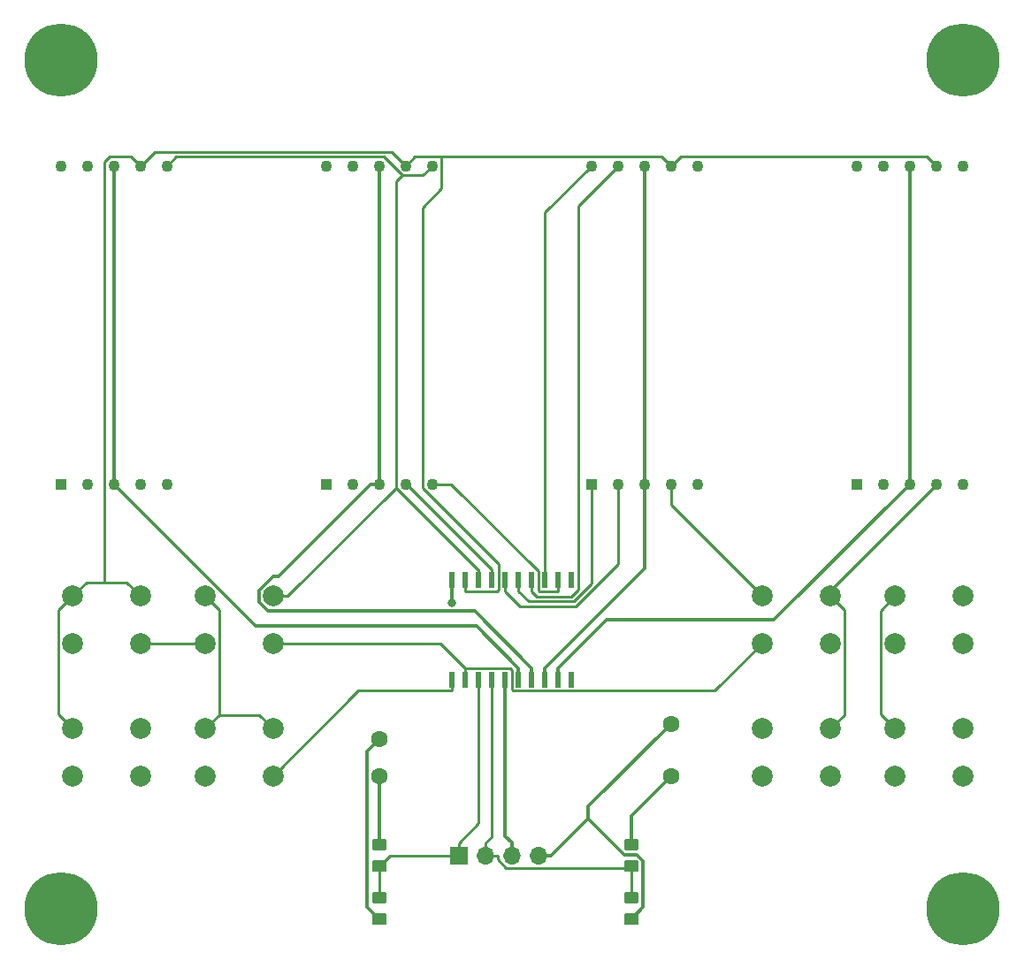
<source format=gbl>
G04 #@! TF.GenerationSoftware,KiCad,Pcbnew,5.1.5-5.1.5*
G04 #@! TF.CreationDate,2019-12-29T19:55:11+11:00*
G04 #@! TF.ProjectId,inchdigits,696e6368-6469-4676-9974-732e6b696361,rev?*
G04 #@! TF.SameCoordinates,Original*
G04 #@! TF.FileFunction,Copper,L2,Bot*
G04 #@! TF.FilePolarity,Positive*
%FSLAX46Y46*%
G04 Gerber Fmt 4.6, Leading zero omitted, Abs format (unit mm)*
G04 Created by KiCad (PCBNEW 5.1.5-5.1.5) date 2019-12-29 19:55:11*
%MOMM*%
%LPD*%
G04 APERTURE LIST*
%ADD10C,1.600000*%
%ADD11C,0.100000*%
%ADD12C,7.000000*%
%ADD13R,0.600000X1.500000*%
%ADD14C,2.000000*%
%ADD15O,1.700000X1.700000*%
%ADD16R,1.700000X1.700000*%
%ADD17R,1.100000X1.100000*%
%ADD18C,1.100000*%
%ADD19C,0.800000*%
%ADD20C,0.300000*%
%ADD21C,0.250000*%
G04 APERTURE END LIST*
D10*
X101600000Y-62540000D03*
X101600000Y-66040000D03*
G04 #@! TA.AperFunction,SMDPad,CuDef*
D11*
G36*
X102074505Y-74111204D02*
G01*
X102098773Y-74114804D01*
X102122572Y-74120765D01*
X102145671Y-74129030D01*
X102167850Y-74139520D01*
X102188893Y-74152132D01*
X102208599Y-74166747D01*
X102226777Y-74183223D01*
X102243253Y-74201401D01*
X102257868Y-74221107D01*
X102270480Y-74242150D01*
X102280970Y-74264329D01*
X102289235Y-74287428D01*
X102295196Y-74311227D01*
X102298796Y-74335495D01*
X102300000Y-74359999D01*
X102300000Y-75010001D01*
X102298796Y-75034505D01*
X102295196Y-75058773D01*
X102289235Y-75082572D01*
X102280970Y-75105671D01*
X102270480Y-75127850D01*
X102257868Y-75148893D01*
X102243253Y-75168599D01*
X102226777Y-75186777D01*
X102208599Y-75203253D01*
X102188893Y-75217868D01*
X102167850Y-75230480D01*
X102145671Y-75240970D01*
X102122572Y-75249235D01*
X102098773Y-75255196D01*
X102074505Y-75258796D01*
X102050001Y-75260000D01*
X101149999Y-75260000D01*
X101125495Y-75258796D01*
X101101227Y-75255196D01*
X101077428Y-75249235D01*
X101054329Y-75240970D01*
X101032150Y-75230480D01*
X101011107Y-75217868D01*
X100991401Y-75203253D01*
X100973223Y-75186777D01*
X100956747Y-75168599D01*
X100942132Y-75148893D01*
X100929520Y-75127850D01*
X100919030Y-75105671D01*
X100910765Y-75082572D01*
X100904804Y-75058773D01*
X100901204Y-75034505D01*
X100900000Y-75010001D01*
X100900000Y-74359999D01*
X100901204Y-74335495D01*
X100904804Y-74311227D01*
X100910765Y-74287428D01*
X100919030Y-74264329D01*
X100929520Y-74242150D01*
X100942132Y-74221107D01*
X100956747Y-74201401D01*
X100973223Y-74183223D01*
X100991401Y-74166747D01*
X101011107Y-74152132D01*
X101032150Y-74139520D01*
X101054329Y-74129030D01*
X101077428Y-74120765D01*
X101101227Y-74114804D01*
X101125495Y-74111204D01*
X101149999Y-74110000D01*
X102050001Y-74110000D01*
X102074505Y-74111204D01*
G37*
G04 #@! TD.AperFunction*
G04 #@! TA.AperFunction,SMDPad,CuDef*
G36*
X102074505Y-72061204D02*
G01*
X102098773Y-72064804D01*
X102122572Y-72070765D01*
X102145671Y-72079030D01*
X102167850Y-72089520D01*
X102188893Y-72102132D01*
X102208599Y-72116747D01*
X102226777Y-72133223D01*
X102243253Y-72151401D01*
X102257868Y-72171107D01*
X102270480Y-72192150D01*
X102280970Y-72214329D01*
X102289235Y-72237428D01*
X102295196Y-72261227D01*
X102298796Y-72285495D01*
X102300000Y-72309999D01*
X102300000Y-72960001D01*
X102298796Y-72984505D01*
X102295196Y-73008773D01*
X102289235Y-73032572D01*
X102280970Y-73055671D01*
X102270480Y-73077850D01*
X102257868Y-73098893D01*
X102243253Y-73118599D01*
X102226777Y-73136777D01*
X102208599Y-73153253D01*
X102188893Y-73167868D01*
X102167850Y-73180480D01*
X102145671Y-73190970D01*
X102122572Y-73199235D01*
X102098773Y-73205196D01*
X102074505Y-73208796D01*
X102050001Y-73210000D01*
X101149999Y-73210000D01*
X101125495Y-73208796D01*
X101101227Y-73205196D01*
X101077428Y-73199235D01*
X101054329Y-73190970D01*
X101032150Y-73180480D01*
X101011107Y-73167868D01*
X100991401Y-73153253D01*
X100973223Y-73136777D01*
X100956747Y-73118599D01*
X100942132Y-73098893D01*
X100929520Y-73077850D01*
X100919030Y-73055671D01*
X100910765Y-73032572D01*
X100904804Y-73008773D01*
X100901204Y-72984505D01*
X100900000Y-72960001D01*
X100900000Y-72309999D01*
X100901204Y-72285495D01*
X100904804Y-72261227D01*
X100910765Y-72237428D01*
X100919030Y-72214329D01*
X100929520Y-72192150D01*
X100942132Y-72171107D01*
X100956747Y-72151401D01*
X100973223Y-72133223D01*
X100991401Y-72116747D01*
X101011107Y-72102132D01*
X101032150Y-72089520D01*
X101054329Y-72079030D01*
X101077428Y-72070765D01*
X101101227Y-72064804D01*
X101125495Y-72061204D01*
X101149999Y-72060000D01*
X102050001Y-72060000D01*
X102074505Y-72061204D01*
G37*
G04 #@! TD.AperFunction*
G04 #@! TA.AperFunction,SMDPad,CuDef*
G36*
X126204505Y-74111204D02*
G01*
X126228773Y-74114804D01*
X126252572Y-74120765D01*
X126275671Y-74129030D01*
X126297850Y-74139520D01*
X126318893Y-74152132D01*
X126338599Y-74166747D01*
X126356777Y-74183223D01*
X126373253Y-74201401D01*
X126387868Y-74221107D01*
X126400480Y-74242150D01*
X126410970Y-74264329D01*
X126419235Y-74287428D01*
X126425196Y-74311227D01*
X126428796Y-74335495D01*
X126430000Y-74359999D01*
X126430000Y-75010001D01*
X126428796Y-75034505D01*
X126425196Y-75058773D01*
X126419235Y-75082572D01*
X126410970Y-75105671D01*
X126400480Y-75127850D01*
X126387868Y-75148893D01*
X126373253Y-75168599D01*
X126356777Y-75186777D01*
X126338599Y-75203253D01*
X126318893Y-75217868D01*
X126297850Y-75230480D01*
X126275671Y-75240970D01*
X126252572Y-75249235D01*
X126228773Y-75255196D01*
X126204505Y-75258796D01*
X126180001Y-75260000D01*
X125279999Y-75260000D01*
X125255495Y-75258796D01*
X125231227Y-75255196D01*
X125207428Y-75249235D01*
X125184329Y-75240970D01*
X125162150Y-75230480D01*
X125141107Y-75217868D01*
X125121401Y-75203253D01*
X125103223Y-75186777D01*
X125086747Y-75168599D01*
X125072132Y-75148893D01*
X125059520Y-75127850D01*
X125049030Y-75105671D01*
X125040765Y-75082572D01*
X125034804Y-75058773D01*
X125031204Y-75034505D01*
X125030000Y-75010001D01*
X125030000Y-74359999D01*
X125031204Y-74335495D01*
X125034804Y-74311227D01*
X125040765Y-74287428D01*
X125049030Y-74264329D01*
X125059520Y-74242150D01*
X125072132Y-74221107D01*
X125086747Y-74201401D01*
X125103223Y-74183223D01*
X125121401Y-74166747D01*
X125141107Y-74152132D01*
X125162150Y-74139520D01*
X125184329Y-74129030D01*
X125207428Y-74120765D01*
X125231227Y-74114804D01*
X125255495Y-74111204D01*
X125279999Y-74110000D01*
X126180001Y-74110000D01*
X126204505Y-74111204D01*
G37*
G04 #@! TD.AperFunction*
G04 #@! TA.AperFunction,SMDPad,CuDef*
G36*
X126204505Y-72061204D02*
G01*
X126228773Y-72064804D01*
X126252572Y-72070765D01*
X126275671Y-72079030D01*
X126297850Y-72089520D01*
X126318893Y-72102132D01*
X126338599Y-72116747D01*
X126356777Y-72133223D01*
X126373253Y-72151401D01*
X126387868Y-72171107D01*
X126400480Y-72192150D01*
X126410970Y-72214329D01*
X126419235Y-72237428D01*
X126425196Y-72261227D01*
X126428796Y-72285495D01*
X126430000Y-72309999D01*
X126430000Y-72960001D01*
X126428796Y-72984505D01*
X126425196Y-73008773D01*
X126419235Y-73032572D01*
X126410970Y-73055671D01*
X126400480Y-73077850D01*
X126387868Y-73098893D01*
X126373253Y-73118599D01*
X126356777Y-73136777D01*
X126338599Y-73153253D01*
X126318893Y-73167868D01*
X126297850Y-73180480D01*
X126275671Y-73190970D01*
X126252572Y-73199235D01*
X126228773Y-73205196D01*
X126204505Y-73208796D01*
X126180001Y-73210000D01*
X125279999Y-73210000D01*
X125255495Y-73208796D01*
X125231227Y-73205196D01*
X125207428Y-73199235D01*
X125184329Y-73190970D01*
X125162150Y-73180480D01*
X125141107Y-73167868D01*
X125121401Y-73153253D01*
X125103223Y-73136777D01*
X125086747Y-73118599D01*
X125072132Y-73098893D01*
X125059520Y-73077850D01*
X125049030Y-73055671D01*
X125040765Y-73032572D01*
X125034804Y-73008773D01*
X125031204Y-72984505D01*
X125030000Y-72960001D01*
X125030000Y-72309999D01*
X125031204Y-72285495D01*
X125034804Y-72261227D01*
X125040765Y-72237428D01*
X125049030Y-72214329D01*
X125059520Y-72192150D01*
X125072132Y-72171107D01*
X125086747Y-72151401D01*
X125103223Y-72133223D01*
X125121401Y-72116747D01*
X125141107Y-72102132D01*
X125162150Y-72089520D01*
X125184329Y-72079030D01*
X125207428Y-72070765D01*
X125231227Y-72064804D01*
X125255495Y-72061204D01*
X125279999Y-72060000D01*
X126180001Y-72060000D01*
X126204505Y-72061204D01*
G37*
G04 #@! TD.AperFunction*
G04 #@! TA.AperFunction,SMDPad,CuDef*
G36*
X102074505Y-79191204D02*
G01*
X102098773Y-79194804D01*
X102122572Y-79200765D01*
X102145671Y-79209030D01*
X102167850Y-79219520D01*
X102188893Y-79232132D01*
X102208599Y-79246747D01*
X102226777Y-79263223D01*
X102243253Y-79281401D01*
X102257868Y-79301107D01*
X102270480Y-79322150D01*
X102280970Y-79344329D01*
X102289235Y-79367428D01*
X102295196Y-79391227D01*
X102298796Y-79415495D01*
X102300000Y-79439999D01*
X102300000Y-80090001D01*
X102298796Y-80114505D01*
X102295196Y-80138773D01*
X102289235Y-80162572D01*
X102280970Y-80185671D01*
X102270480Y-80207850D01*
X102257868Y-80228893D01*
X102243253Y-80248599D01*
X102226777Y-80266777D01*
X102208599Y-80283253D01*
X102188893Y-80297868D01*
X102167850Y-80310480D01*
X102145671Y-80320970D01*
X102122572Y-80329235D01*
X102098773Y-80335196D01*
X102074505Y-80338796D01*
X102050001Y-80340000D01*
X101149999Y-80340000D01*
X101125495Y-80338796D01*
X101101227Y-80335196D01*
X101077428Y-80329235D01*
X101054329Y-80320970D01*
X101032150Y-80310480D01*
X101011107Y-80297868D01*
X100991401Y-80283253D01*
X100973223Y-80266777D01*
X100956747Y-80248599D01*
X100942132Y-80228893D01*
X100929520Y-80207850D01*
X100919030Y-80185671D01*
X100910765Y-80162572D01*
X100904804Y-80138773D01*
X100901204Y-80114505D01*
X100900000Y-80090001D01*
X100900000Y-79439999D01*
X100901204Y-79415495D01*
X100904804Y-79391227D01*
X100910765Y-79367428D01*
X100919030Y-79344329D01*
X100929520Y-79322150D01*
X100942132Y-79301107D01*
X100956747Y-79281401D01*
X100973223Y-79263223D01*
X100991401Y-79246747D01*
X101011107Y-79232132D01*
X101032150Y-79219520D01*
X101054329Y-79209030D01*
X101077428Y-79200765D01*
X101101227Y-79194804D01*
X101125495Y-79191204D01*
X101149999Y-79190000D01*
X102050001Y-79190000D01*
X102074505Y-79191204D01*
G37*
G04 #@! TD.AperFunction*
G04 #@! TA.AperFunction,SMDPad,CuDef*
G36*
X102074505Y-77141204D02*
G01*
X102098773Y-77144804D01*
X102122572Y-77150765D01*
X102145671Y-77159030D01*
X102167850Y-77169520D01*
X102188893Y-77182132D01*
X102208599Y-77196747D01*
X102226777Y-77213223D01*
X102243253Y-77231401D01*
X102257868Y-77251107D01*
X102270480Y-77272150D01*
X102280970Y-77294329D01*
X102289235Y-77317428D01*
X102295196Y-77341227D01*
X102298796Y-77365495D01*
X102300000Y-77389999D01*
X102300000Y-78040001D01*
X102298796Y-78064505D01*
X102295196Y-78088773D01*
X102289235Y-78112572D01*
X102280970Y-78135671D01*
X102270480Y-78157850D01*
X102257868Y-78178893D01*
X102243253Y-78198599D01*
X102226777Y-78216777D01*
X102208599Y-78233253D01*
X102188893Y-78247868D01*
X102167850Y-78260480D01*
X102145671Y-78270970D01*
X102122572Y-78279235D01*
X102098773Y-78285196D01*
X102074505Y-78288796D01*
X102050001Y-78290000D01*
X101149999Y-78290000D01*
X101125495Y-78288796D01*
X101101227Y-78285196D01*
X101077428Y-78279235D01*
X101054329Y-78270970D01*
X101032150Y-78260480D01*
X101011107Y-78247868D01*
X100991401Y-78233253D01*
X100973223Y-78216777D01*
X100956747Y-78198599D01*
X100942132Y-78178893D01*
X100929520Y-78157850D01*
X100919030Y-78135671D01*
X100910765Y-78112572D01*
X100904804Y-78088773D01*
X100901204Y-78064505D01*
X100900000Y-78040001D01*
X100900000Y-77389999D01*
X100901204Y-77365495D01*
X100904804Y-77341227D01*
X100910765Y-77317428D01*
X100919030Y-77294329D01*
X100929520Y-77272150D01*
X100942132Y-77251107D01*
X100956747Y-77231401D01*
X100973223Y-77213223D01*
X100991401Y-77196747D01*
X101011107Y-77182132D01*
X101032150Y-77169520D01*
X101054329Y-77159030D01*
X101077428Y-77150765D01*
X101101227Y-77144804D01*
X101125495Y-77141204D01*
X101149999Y-77140000D01*
X102050001Y-77140000D01*
X102074505Y-77141204D01*
G37*
G04 #@! TD.AperFunction*
G04 #@! TA.AperFunction,SMDPad,CuDef*
G36*
X126204505Y-79191204D02*
G01*
X126228773Y-79194804D01*
X126252572Y-79200765D01*
X126275671Y-79209030D01*
X126297850Y-79219520D01*
X126318893Y-79232132D01*
X126338599Y-79246747D01*
X126356777Y-79263223D01*
X126373253Y-79281401D01*
X126387868Y-79301107D01*
X126400480Y-79322150D01*
X126410970Y-79344329D01*
X126419235Y-79367428D01*
X126425196Y-79391227D01*
X126428796Y-79415495D01*
X126430000Y-79439999D01*
X126430000Y-80090001D01*
X126428796Y-80114505D01*
X126425196Y-80138773D01*
X126419235Y-80162572D01*
X126410970Y-80185671D01*
X126400480Y-80207850D01*
X126387868Y-80228893D01*
X126373253Y-80248599D01*
X126356777Y-80266777D01*
X126338599Y-80283253D01*
X126318893Y-80297868D01*
X126297850Y-80310480D01*
X126275671Y-80320970D01*
X126252572Y-80329235D01*
X126228773Y-80335196D01*
X126204505Y-80338796D01*
X126180001Y-80340000D01*
X125279999Y-80340000D01*
X125255495Y-80338796D01*
X125231227Y-80335196D01*
X125207428Y-80329235D01*
X125184329Y-80320970D01*
X125162150Y-80310480D01*
X125141107Y-80297868D01*
X125121401Y-80283253D01*
X125103223Y-80266777D01*
X125086747Y-80248599D01*
X125072132Y-80228893D01*
X125059520Y-80207850D01*
X125049030Y-80185671D01*
X125040765Y-80162572D01*
X125034804Y-80138773D01*
X125031204Y-80114505D01*
X125030000Y-80090001D01*
X125030000Y-79439999D01*
X125031204Y-79415495D01*
X125034804Y-79391227D01*
X125040765Y-79367428D01*
X125049030Y-79344329D01*
X125059520Y-79322150D01*
X125072132Y-79301107D01*
X125086747Y-79281401D01*
X125103223Y-79263223D01*
X125121401Y-79246747D01*
X125141107Y-79232132D01*
X125162150Y-79219520D01*
X125184329Y-79209030D01*
X125207428Y-79200765D01*
X125231227Y-79194804D01*
X125255495Y-79191204D01*
X125279999Y-79190000D01*
X126180001Y-79190000D01*
X126204505Y-79191204D01*
G37*
G04 #@! TD.AperFunction*
G04 #@! TA.AperFunction,SMDPad,CuDef*
G36*
X126204505Y-77141204D02*
G01*
X126228773Y-77144804D01*
X126252572Y-77150765D01*
X126275671Y-77159030D01*
X126297850Y-77169520D01*
X126318893Y-77182132D01*
X126338599Y-77196747D01*
X126356777Y-77213223D01*
X126373253Y-77231401D01*
X126387868Y-77251107D01*
X126400480Y-77272150D01*
X126410970Y-77294329D01*
X126419235Y-77317428D01*
X126425196Y-77341227D01*
X126428796Y-77365495D01*
X126430000Y-77389999D01*
X126430000Y-78040001D01*
X126428796Y-78064505D01*
X126425196Y-78088773D01*
X126419235Y-78112572D01*
X126410970Y-78135671D01*
X126400480Y-78157850D01*
X126387868Y-78178893D01*
X126373253Y-78198599D01*
X126356777Y-78216777D01*
X126338599Y-78233253D01*
X126318893Y-78247868D01*
X126297850Y-78260480D01*
X126275671Y-78270970D01*
X126252572Y-78279235D01*
X126228773Y-78285196D01*
X126204505Y-78288796D01*
X126180001Y-78290000D01*
X125279999Y-78290000D01*
X125255495Y-78288796D01*
X125231227Y-78285196D01*
X125207428Y-78279235D01*
X125184329Y-78270970D01*
X125162150Y-78260480D01*
X125141107Y-78247868D01*
X125121401Y-78233253D01*
X125103223Y-78216777D01*
X125086747Y-78198599D01*
X125072132Y-78178893D01*
X125059520Y-78157850D01*
X125049030Y-78135671D01*
X125040765Y-78112572D01*
X125034804Y-78088773D01*
X125031204Y-78064505D01*
X125030000Y-78040001D01*
X125030000Y-77389999D01*
X125031204Y-77365495D01*
X125034804Y-77341227D01*
X125040765Y-77317428D01*
X125049030Y-77294329D01*
X125059520Y-77272150D01*
X125072132Y-77251107D01*
X125086747Y-77231401D01*
X125103223Y-77213223D01*
X125121401Y-77196747D01*
X125141107Y-77182132D01*
X125162150Y-77169520D01*
X125184329Y-77159030D01*
X125207428Y-77150765D01*
X125231227Y-77144804D01*
X125255495Y-77141204D01*
X125279999Y-77140000D01*
X126180001Y-77140000D01*
X126204505Y-77141204D01*
G37*
G04 #@! TD.AperFunction*
D10*
X129540000Y-61040000D03*
X129540000Y-66040000D03*
D12*
X157480000Y-78740000D03*
X71120000Y-78740000D03*
X157480000Y2540000D03*
X71120000Y2540000D03*
D13*
X108585000Y-56820000D03*
X109855000Y-56820000D03*
X111125000Y-56820000D03*
X112395000Y-56820000D03*
X113665000Y-56820000D03*
X114935000Y-56820000D03*
X116205000Y-56820000D03*
X117475000Y-56820000D03*
X118745000Y-56820000D03*
X120015000Y-56820000D03*
X120015000Y-47320000D03*
X118745000Y-47320000D03*
X117475000Y-47320000D03*
X116205000Y-47320000D03*
X108585000Y-47320000D03*
X109855000Y-47320000D03*
X111125000Y-47320000D03*
X112395000Y-47320000D03*
X113665000Y-47320000D03*
X114935000Y-47320000D03*
D14*
X150980000Y-66040000D03*
X150980000Y-61540000D03*
X157480000Y-66040000D03*
X157480000Y-61540000D03*
X138280000Y-66040000D03*
X138280000Y-61540000D03*
X144780000Y-66040000D03*
X144780000Y-61540000D03*
X84940000Y-66040000D03*
X84940000Y-61540000D03*
X91440000Y-66040000D03*
X91440000Y-61540000D03*
X72240000Y-66040000D03*
X72240000Y-61540000D03*
X78740000Y-66040000D03*
X78740000Y-61540000D03*
X150980000Y-53340000D03*
X150980000Y-48840000D03*
X157480000Y-53340000D03*
X157480000Y-48840000D03*
X138280000Y-53340000D03*
X138280000Y-48840000D03*
X144780000Y-53340000D03*
X144780000Y-48840000D03*
X84940000Y-53340000D03*
X84940000Y-48840000D03*
X91440000Y-53340000D03*
X91440000Y-48840000D03*
X72240000Y-53340000D03*
X72240000Y-48840000D03*
X78740000Y-53340000D03*
X78740000Y-48840000D03*
D15*
X116840000Y-73660000D03*
X114300000Y-73660000D03*
X111760000Y-73660000D03*
D16*
X109220000Y-73660000D03*
D17*
X147320000Y-38100000D03*
D18*
X149860000Y-38100000D03*
X152400000Y-38100000D03*
X154940000Y-38100000D03*
X157480000Y-38100000D03*
X157480000Y-7620000D03*
X154940000Y-7620000D03*
X152400000Y-7620000D03*
X149860000Y-7620000D03*
X147320000Y-7620000D03*
D17*
X121920000Y-38100000D03*
D18*
X124460000Y-38100000D03*
X127000000Y-38100000D03*
X129540000Y-38100000D03*
X132080000Y-38100000D03*
X132080000Y-7620000D03*
X129540000Y-7620000D03*
X127000000Y-7620000D03*
X124460000Y-7620000D03*
X121920000Y-7620000D03*
D17*
X96520000Y-38100000D03*
D18*
X99060000Y-38100000D03*
X101600000Y-38100000D03*
X104140000Y-38100000D03*
X106680000Y-38100000D03*
X106680000Y-7620000D03*
X104140000Y-7620000D03*
X101600000Y-7620000D03*
X99060000Y-7620000D03*
X96520000Y-7620000D03*
D17*
X71120000Y-38100000D03*
D18*
X73660000Y-38100000D03*
X76200000Y-38100000D03*
X78740000Y-38100000D03*
X81280000Y-38100000D03*
X81280000Y-7620000D03*
X78740000Y-7620000D03*
X76200000Y-7620000D03*
X73660000Y-7620000D03*
X71120000Y-7620000D03*
D19*
X108585000Y-49519800D03*
D20*
X108585000Y-47320000D02*
X108585000Y-49519800D01*
X121585700Y-70114600D02*
X125068600Y-73597600D01*
X125068600Y-73597600D02*
X126269200Y-73597600D01*
X126269200Y-73597600D02*
X126853600Y-74182000D01*
X126853600Y-74182000D02*
X126853600Y-78641400D01*
X126853600Y-78641400D02*
X125730000Y-79765000D01*
X129540000Y-61040000D02*
X121585600Y-68994400D01*
X121585600Y-68994400D02*
X121585600Y-70114600D01*
X121585600Y-70114600D02*
X121585700Y-70114600D01*
X121585700Y-70114600D02*
X118040300Y-73660000D01*
X116840000Y-73660000D02*
X118040300Y-73660000D01*
X101600000Y-79765000D02*
X100425200Y-78590200D01*
X100425200Y-78590200D02*
X100425200Y-63714800D01*
X100425200Y-63714800D02*
X101600000Y-62540000D01*
X114300000Y-73660000D02*
X114300000Y-72459700D01*
X114300000Y-72459700D02*
X113665000Y-71824700D01*
X113665000Y-71824700D02*
X113665000Y-56820000D01*
X101600000Y-72635000D02*
X101600000Y-66040000D01*
X129540000Y-66040000D02*
X125730000Y-69850000D01*
X125730000Y-69850000D02*
X125730000Y-72635000D01*
D21*
X111760000Y-73660000D02*
X111760000Y-72484700D01*
X112395000Y-56820000D02*
X112395000Y-71849700D01*
X112395000Y-71849700D02*
X111760000Y-72484700D01*
X111760000Y-73660000D02*
X112935300Y-73660000D01*
X112935300Y-73660000D02*
X112935300Y-74027300D01*
X112935300Y-74027300D02*
X113750600Y-74842600D01*
X113750600Y-74842600D02*
X125572400Y-74842600D01*
X125572400Y-74842600D02*
X125730000Y-74685000D01*
X125730000Y-74685000D02*
X125730000Y-77715000D01*
X101600000Y-74685000D02*
X101600000Y-77715000D01*
X109220000Y-73660000D02*
X102625000Y-73660000D01*
X102625000Y-73660000D02*
X101600000Y-74685000D01*
X109220000Y-73660000D02*
X109220000Y-72484700D01*
X111125000Y-56820000D02*
X111125000Y-70579700D01*
X111125000Y-70579700D02*
X109220000Y-72484700D01*
X114935000Y-47320000D02*
X114935000Y-48395300D01*
X121920000Y-38100000D02*
X121920000Y-38975300D01*
X121920000Y-38975300D02*
X121920000Y-47622100D01*
X121920000Y-47622100D02*
X120194000Y-49348100D01*
X120194000Y-49348100D02*
X115887800Y-49348100D01*
X115887800Y-49348100D02*
X114935000Y-48395300D01*
X113665000Y-48395300D02*
X115068100Y-49798400D01*
X115068100Y-49798400D02*
X120380600Y-49798400D01*
X120380600Y-49798400D02*
X124460000Y-45719000D01*
X124460000Y-45719000D02*
X124460000Y-38100000D01*
X113665000Y-47320000D02*
X113665000Y-48395300D01*
X150980000Y-48840000D02*
X149580200Y-50239800D01*
X149580200Y-50239800D02*
X149580200Y-60140200D01*
X149580200Y-60140200D02*
X150980000Y-61540000D01*
D20*
X76200000Y-38100000D02*
X89788400Y-51688400D01*
X89788400Y-51688400D02*
X110903700Y-51688400D01*
X110903700Y-51688400D02*
X114935000Y-55719700D01*
X76200000Y-7620000D02*
X76200000Y-38100000D01*
X114935000Y-56820000D02*
X114935000Y-55719700D01*
D21*
X129540000Y-38100000D02*
X129540000Y-40100000D01*
X129540000Y-40100000D02*
X138280000Y-48840000D01*
X112395000Y-46244700D02*
X104250300Y-38100000D01*
X104250300Y-38100000D02*
X104140000Y-38100000D01*
X154940000Y-38100000D02*
X144780000Y-48260000D01*
X144780000Y-48260000D02*
X144780000Y-48840000D01*
X144780000Y-48840000D02*
X146126700Y-50186700D01*
X146126700Y-50186700D02*
X146126700Y-60193300D01*
X146126700Y-60193300D02*
X144780000Y-61540000D01*
X112395000Y-47320000D02*
X112395000Y-46244700D01*
X118745000Y-47320000D02*
X118745000Y-48395300D01*
X106680000Y-38100000D02*
X108495100Y-38100000D01*
X108495100Y-38100000D02*
X116842000Y-46446900D01*
X116842000Y-46446900D02*
X116842000Y-48266300D01*
X116842000Y-48266300D02*
X116971000Y-48395300D01*
X116971000Y-48395300D02*
X118745000Y-48395300D01*
X103813300Y-8531400D02*
X105768600Y-8531400D01*
X105768600Y-8531400D02*
X106680000Y-7620000D01*
X81280000Y-7620000D02*
X82155300Y-6744700D01*
X82155300Y-6744700D02*
X102026600Y-6744700D01*
X102026600Y-6744700D02*
X103813300Y-8531400D01*
X103813300Y-8531400D02*
X103234800Y-9109900D01*
X103234800Y-9109900D02*
X103234800Y-38440100D01*
X103234800Y-38440100D02*
X111039400Y-46244700D01*
X111039400Y-46244700D02*
X111125000Y-46244700D01*
X91440000Y-48840000D02*
X92834900Y-48840000D01*
X92834900Y-48840000D02*
X103234800Y-38440100D01*
X111125000Y-47320000D02*
X111125000Y-46244700D01*
X86286500Y-60193500D02*
X84940000Y-61540000D01*
X84940000Y-48840000D02*
X86286500Y-50186500D01*
X86286500Y-50186500D02*
X86286500Y-60193500D01*
X86286500Y-60193500D02*
X90093500Y-60193500D01*
X90093500Y-60193500D02*
X91440000Y-61540000D01*
X107570400Y-6737200D02*
X105022800Y-6737200D01*
X105022800Y-6737200D02*
X104140000Y-7620000D01*
X129540000Y-7620000D02*
X128657200Y-6737200D01*
X128657200Y-6737200D02*
X107570400Y-6737200D01*
X107570400Y-6737200D02*
X107570400Y-9810300D01*
X107570400Y-9810300D02*
X105757600Y-11623100D01*
X105757600Y-11623100D02*
X105757600Y-38480500D01*
X105757600Y-38480500D02*
X113020400Y-45743300D01*
X113020400Y-45743300D02*
X113020400Y-48237900D01*
X113020400Y-48237900D02*
X112863000Y-48395300D01*
X112863000Y-48395300D02*
X109855000Y-48395300D01*
X109855000Y-47320000D02*
X109855000Y-48395300D01*
X129540000Y-7620000D02*
X130455200Y-6704800D01*
X130455200Y-6704800D02*
X154024800Y-6704800D01*
X154024800Y-6704800D02*
X154940000Y-7620000D01*
X104140000Y-7620000D02*
X102814300Y-6294300D01*
X102814300Y-6294300D02*
X80065700Y-6294300D01*
X80065700Y-6294300D02*
X78740000Y-7620000D01*
X75312200Y-47495000D02*
X75312200Y-7190200D01*
X75312200Y-7190200D02*
X75803500Y-6698900D01*
X75803500Y-6698900D02*
X77818900Y-6698900D01*
X77818900Y-6698900D02*
X78740000Y-7620000D01*
X75312200Y-47495000D02*
X77395000Y-47495000D01*
X77395000Y-47495000D02*
X78740000Y-48840000D01*
X72240000Y-48840000D02*
X73585000Y-47495000D01*
X73585000Y-47495000D02*
X75312200Y-47495000D01*
X72240000Y-61540000D02*
X70885000Y-60185000D01*
X70885000Y-60185000D02*
X70885000Y-50195000D01*
X70885000Y-50195000D02*
X72240000Y-48840000D01*
X116205000Y-47320000D02*
X116205000Y-48395300D01*
X124460000Y-7620000D02*
X120640400Y-11439600D01*
X120640400Y-11439600D02*
X120640400Y-48204800D01*
X120640400Y-48204800D02*
X119973500Y-48871700D01*
X119973500Y-48871700D02*
X116681400Y-48871700D01*
X116681400Y-48871700D02*
X116205000Y-48395300D01*
X121920000Y-7620000D02*
X117475000Y-12065000D01*
X117475000Y-12065000D02*
X117475000Y-47320000D01*
D20*
X101600000Y-38100000D02*
X100789700Y-38100000D01*
X100789700Y-38100000D02*
X91978600Y-46911100D01*
X91978600Y-46911100D02*
X91433200Y-46911100D01*
X91433200Y-46911100D02*
X90060800Y-48283500D01*
X90060800Y-48283500D02*
X90060800Y-49401300D01*
X90060800Y-49401300D02*
X90933300Y-50273800D01*
X90933300Y-50273800D02*
X110759100Y-50273800D01*
X110759100Y-50273800D02*
X116205000Y-55719700D01*
X101600000Y-7620000D02*
X101600000Y-38100000D01*
X116205000Y-56820000D02*
X116205000Y-55719700D01*
X117475000Y-56820000D02*
X117475000Y-55719700D01*
X117475000Y-55719700D02*
X127000000Y-46194700D01*
X127000000Y-46194700D02*
X127000000Y-38100000D01*
X127000000Y-7620000D02*
X127000000Y-38100000D01*
X152400000Y-38100000D02*
X139410000Y-51090000D01*
X139410000Y-51090000D02*
X123374700Y-51090000D01*
X123374700Y-51090000D02*
X118745000Y-55719700D01*
X152400000Y-7620000D02*
X152400000Y-38100000D01*
X118745000Y-56820000D02*
X118745000Y-55719700D01*
D21*
X138280000Y-53340000D02*
X133724600Y-57895400D01*
X133724600Y-57895400D02*
X114429900Y-57895400D01*
X114429900Y-57895400D02*
X114309600Y-57775100D01*
X114309600Y-57775100D02*
X114309600Y-55892100D01*
X114309600Y-55892100D02*
X114162200Y-55744700D01*
X114162200Y-55744700D02*
X109855000Y-55744700D01*
X109855000Y-56820000D02*
X109855000Y-55744700D01*
X91440000Y-53340000D02*
X107450300Y-53340000D01*
X107450300Y-53340000D02*
X109855000Y-55744700D01*
X78740000Y-53340000D02*
X84940000Y-53340000D01*
X108585000Y-56820000D02*
X108585000Y-57895300D01*
X91440000Y-66040000D02*
X99584700Y-57895300D01*
X99584700Y-57895300D02*
X108585000Y-57895300D01*
M02*

</source>
